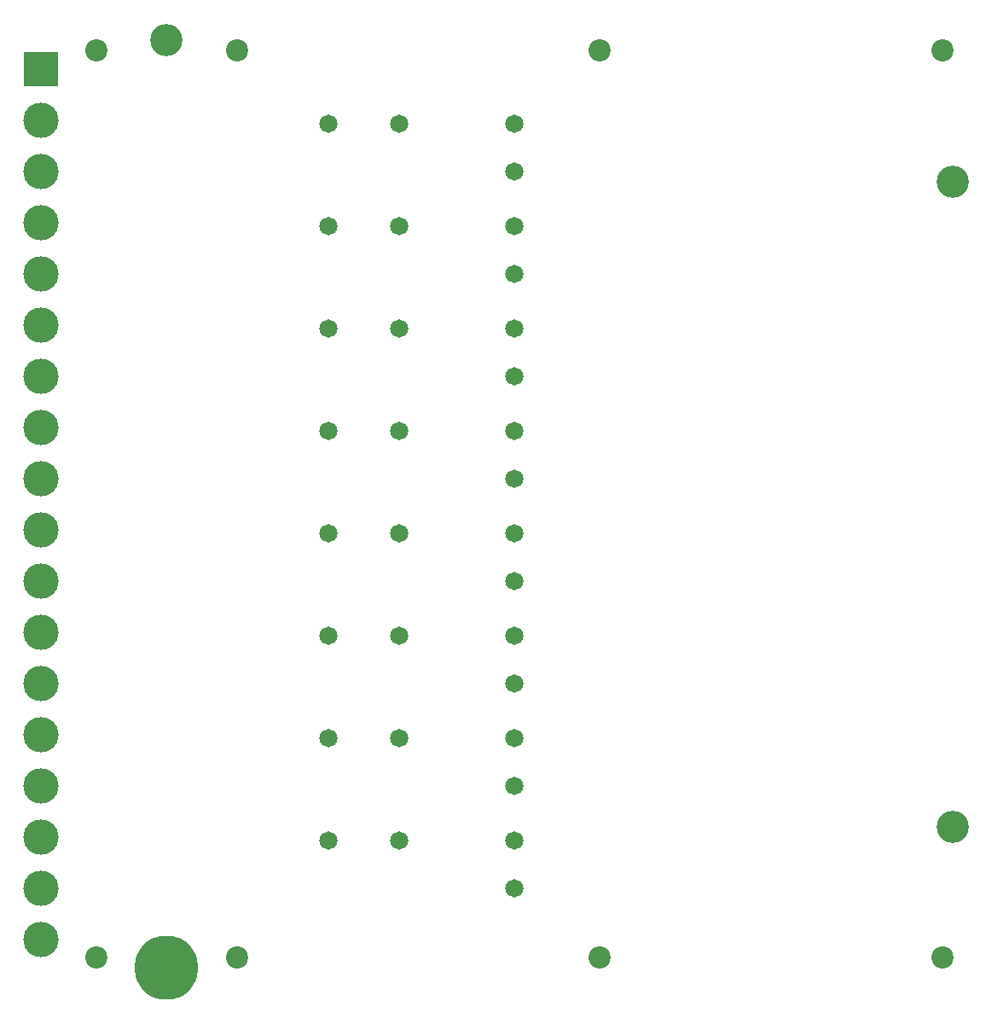
<source format=gbr>
%TF.GenerationSoftware,KiCad,Pcbnew,8.0.3-8.0.3-0~ubuntu22.04.1*%
%TF.CreationDate,2024-10-28T11:06:56+03:00*%
%TF.ProjectId,PM-RQ8,504d2d52-5138-42e6-9b69-6361645f7063,rev?*%
%TF.SameCoordinates,Original*%
%TF.FileFunction,Soldermask,Bot*%
%TF.FilePolarity,Negative*%
%FSLAX46Y46*%
G04 Gerber Fmt 4.6, Leading zero omitted, Abs format (unit mm)*
G04 Created by KiCad (PCBNEW 8.0.3-8.0.3-0~ubuntu22.04.1) date 2024-10-28 11:06:56*
%MOMM*%
%LPD*%
G01*
G04 APERTURE LIST*
%ADD10C,1.812000*%
%ADD11C,2.200000*%
%ADD12R,3.500000X3.500000*%
%ADD13C,3.500000*%
%ADD14C,3.200000*%
%ADD15O,6.350000X6.350000*%
G04 APERTURE END LIST*
D10*
%TO.C,K4*%
X2540000Y7240000D03*
X-8960000Y7240000D03*
X-15960000Y7240000D03*
X2540000Y2540000D03*
%TD*%
D11*
%TO.C,U3*%
X-39000000Y45000000D03*
X-39000000Y-45000000D03*
X-25000000Y45000000D03*
X-25000000Y-45000000D03*
%TD*%
D10*
%TO.C,K5*%
X2540000Y-2920000D03*
X-8960000Y-2920000D03*
X-15960000Y-2920000D03*
X2540000Y-7620000D03*
%TD*%
D12*
%TO.C,J10*%
X-44450000Y43180000D03*
D13*
X-44450000Y38100000D03*
X-44450000Y33020000D03*
X-44450000Y27940000D03*
X-44450000Y22860000D03*
X-44450000Y17780000D03*
X-44450000Y12700000D03*
X-44450000Y7620000D03*
X-44450000Y2540000D03*
X-44450000Y-2540000D03*
X-44450000Y-7620000D03*
X-44450000Y-12700000D03*
X-44450000Y-17780000D03*
X-44450000Y-22860000D03*
X-44450000Y-27940000D03*
X-44450000Y-33020000D03*
X-44450000Y-38100000D03*
X-44450000Y-43180000D03*
%TD*%
D14*
%TO.C,H3*%
X46000000Y-32000000D03*
%TD*%
D10*
%TO.C,K6*%
X2540000Y-13080000D03*
X-8960000Y-13080000D03*
X-15960000Y-13080000D03*
X2540000Y-17780000D03*
%TD*%
D11*
%TO.C,U5*%
X11000000Y45000000D03*
X11000000Y-45000000D03*
X45000000Y45000000D03*
X45000000Y-45000000D03*
%TD*%
D10*
%TO.C,K8*%
X2540000Y-33400000D03*
X-8960000Y-33400000D03*
X-15960000Y-33400000D03*
X2540000Y-38100000D03*
%TD*%
%TO.C,K1*%
X2540000Y37720000D03*
X-8960000Y37720000D03*
X-15960000Y37720000D03*
X2540000Y33020000D03*
%TD*%
D14*
%TO.C,H1*%
X-32000000Y46000000D03*
%TD*%
D10*
%TO.C,K7*%
X2540000Y-23240000D03*
X-8960000Y-23240000D03*
X-15960000Y-23240000D03*
X2540000Y-27940000D03*
%TD*%
D15*
%TO.C,PE1*%
X-32000000Y-46000000D03*
%TD*%
D10*
%TO.C,K3*%
X2540000Y17400000D03*
X-8960000Y17400000D03*
X-15960000Y17400000D03*
X2540000Y12700000D03*
%TD*%
%TO.C,K2*%
X2540000Y27560000D03*
X-8960000Y27560000D03*
X-15960000Y27560000D03*
X2540000Y22860000D03*
%TD*%
D14*
%TO.C,H2*%
X46000000Y32000000D03*
%TD*%
M02*

</source>
